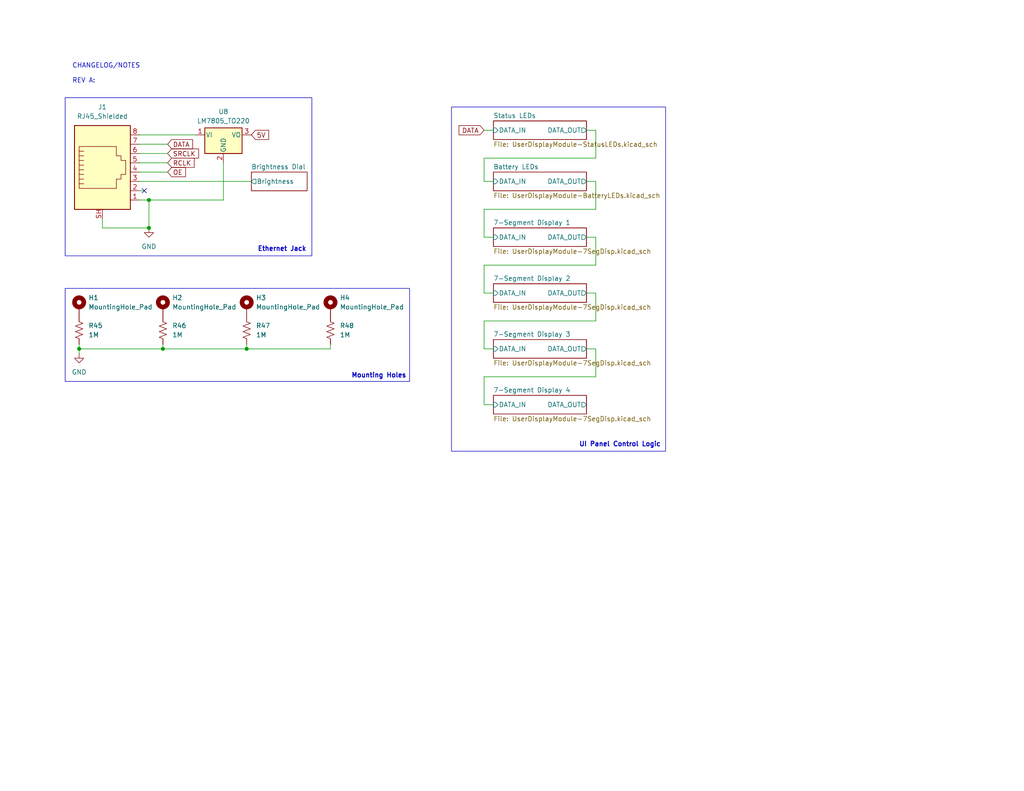
<source format=kicad_sch>
(kicad_sch (version 20231120) (generator "eeschema") (generator_version "8.0")
  (paper "USLetter")
  (title_block (title "Main") (date "2024-03-22"))
  (lib_symbols
    (symbol "Connector:RJ45_Shielded" (pin_names (offset 1.016))
      (property "Reference" "J" (at -5.08 13.97 0))
      (property "Value" "RJ45_Shielded" (at 2.54 13.97 0))
      (symbol "RJ45_Shielded_0_1"
        (polyline (pts (xy -5.08 4.445) (xy -6.35 4.445)))
        (polyline (pts (xy -5.08 5.715) (xy -6.35 5.715)))
        (polyline (pts (xy -6.35 -3.175) (xy -5.08 -3.175) (xy -5.08 -3.175)))
        (polyline (pts (xy -6.35 -1.905) (xy -5.08 -1.905) (xy -5.08 -1.905)))
        (polyline (pts (xy -6.35 -0.635) (xy -5.08 -0.635) (xy -5.08 -0.635)))
        (polyline (pts (xy -6.35 0.635) (xy -5.08 0.635) (xy -5.08 0.635)))
        (polyline (pts (xy -6.35 1.905) (xy -5.08 1.905) (xy -5.08 1.905)))
        (polyline (pts (xy -5.08 3.175) (xy -6.35 3.175) (xy -6.35 3.175)))
        (polyline (pts (xy -6.35 -4.445) (xy -6.35 6.985) (xy 3.81 6.985) (xy 3.81 4.445) (xy 5.08 4.445) (xy 5.08 3.175) (xy 6.35 3.175) (xy 6.35 -0.635) (xy 5.08 -0.635) (xy 5.08 -1.905) (xy 3.81 -1.905) (xy 3.81 -4.445) (xy -6.35 -4.445) (xy -6.35 -4.445)))
        (rectangle (start 7.62 12.7) (end -7.62 -10.16) (stroke (width 0.254)) (fill (type background)))
      )
      (symbol "RJ45_Shielded_1_1"
        (pin passive line (at 10.16 -7.62 180) (length 2.54) (name "~") (number "1"))
        (pin passive line (at 10.16 -5.08 180) (length 2.54) (name "~") (number "2"))
        (pin passive line (at 10.16 -2.54 180) (length 2.54) (name "~") (number "3"))
        (pin passive line (at 10.16 0 180) (length 2.54) (name "~") (number "4"))
        (pin passive line (at 10.16 2.54 180) (length 2.54) (name "~") (number "5"))
        (pin passive line (at 10.16 5.08 180) (length 2.54) (name "~") (number "6"))
        (pin passive line (at 10.16 7.62 180) (length 2.54) (name "~") (number "7"))
        (pin passive line (at 10.16 10.16 180) (length 2.54) (name "~") (number "8"))
        (pin passive line (at 0 -12.7 90) (length 2.54) (name "~") (number "SH"))
      )
    )
    (symbol "Device:R_US" (pin_numbers hide) (pin_names (offset 0))
      (property "Reference" "R" (at 2.54 0 90))
      (property "Value" "R_US" (at -2.54 0 90))
      (symbol "R_US_0_1"
        (polyline (pts (xy 0 -2.286) (xy 0 -2.54)))
        (polyline (pts (xy 0 2.286) (xy 0 2.54)))
        (polyline (pts (xy 0 -0.762) (xy 1.016 -1.143) (xy 0 -1.524) (xy -1.016 -1.905) (xy 0 -2.286)))
        (polyline (pts (xy 0 0.762) (xy 1.016 0.381) (xy 0 0) (xy -1.016 -0.381) (xy 0 -0.762)))
        (polyline (pts (xy 0 2.286) (xy 1.016 1.905) (xy 0 1.524) (xy -1.016 1.143) (xy 0 0.762)))
      )
      (symbol "R_US_1_1"
        (pin passive line (at 0 3.81 270) (length 1.27) (name "~") (number "1"))
        (pin passive line (at 0 -3.81 90) (length 1.27) (name "~") (number "2"))
      )
    )
    (symbol "Mechanical:MountingHole_Pad" (pin_numbers hide) (pin_names (offset 1.016) hide) (exclude_from_sim yes) (in_bom no)
      (property "Reference" "H" (at 0 6.35 0))
      (property "Value" "MountingHole_Pad" (at 0 4.445 0))
      (symbol "MountingHole_Pad_0_1"
        (circle (center 0 1.27) (radius 1.27) (stroke (width 1.27)))
      )
      (symbol "MountingHole_Pad_1_1"
        (pin input line (at 0 -2.54 90) (length 2.54) (name "1") (number "1"))
      )
    )
    (symbol "Regulator_Linear:LM7805_TO220" (pin_names (offset 0.254))
      (property "Reference" "U" (at -3.81 3.175 0))
      (property "Value" "LM7805_TO220" (at 0 3.175 0))
      (symbol "LM7805_TO220_0_1"
        (rectangle (start -5.08 1.905) (end 5.08 -5.08) (stroke (width 0.254)) (fill (type background)))
      )
      (symbol "LM7805_TO220_1_1"
        (pin power_in line (at -7.62 0 0) (length 2.54) (name "VI") (number "1"))
        (pin power_in line (at 0 -7.62 90) (length 2.54) (name "GND") (number "2"))
        (pin power_out line (at 7.62 0 180) (length 2.54) (name "VO") (number "3"))
      )
    )
    (symbol "power:GND" (power) (pin_numbers hide) (pin_names (offset 0) hide)
      (property "Value" "GND" (at 0 -3.81 0))
      (symbol "GND_0_1"
        (polyline (pts (xy 0 0) (xy 0 -1.27) (xy 1.27 -1.27) (xy 0 -2.54) (xy -1.27 -1.27) (xy 0 -1.27)))
      )
      (symbol "GND_1_1"
        (pin power_in line (at 0 0 270) (length 0) (name "~") (number "1"))
      )
    )
  )
  (junction (at 40.64 62.23))
  (junction (at 40.64 54.61))
  (junction (at 67.31 95.25))
  (junction (at 21.59 95.25))
  (junction (at 44.45 95.25))
  (no_connect (at 39.37 52.07))
  (wire (pts (xy 162.56 102.87) (xy 132.08 102.87)))
  (wire (pts (xy 132.08 72.39) (xy 132.08 80.01)))
  (wire (pts (xy 38.1 36.83) (xy 53.34 36.83)))
  (wire (pts (xy 40.64 62.23) (xy 40.64 54.61)))
  (wire (pts (xy 67.31 95.25) (xy 90.17 95.25)))
  (wire (pts (xy 162.56 64.77) (xy 162.56 72.39)))
  (wire (pts (xy 44.45 95.25) (xy 67.31 95.25)))
  (wire (pts (xy 132.08 80.01) (xy 134.62 80.01)))
  (wire (pts (xy 38.1 39.37) (xy 45.72 39.37)))
  (wire (pts (xy 90.17 95.25) (xy 90.17 93.98)))
  (wire (pts (xy 38.1 49.53) (xy 68.58 49.53)))
  (wire (pts (xy 132.08 57.15) (xy 132.08 64.77)))
  (wire (pts (xy 38.1 41.91) (xy 45.72 41.91)))
  (wire (pts (xy 160.02 35.56) (xy 162.56 35.56)))
  (wire (pts (xy 40.64 62.23) (xy 27.94 62.23)))
  (wire (pts (xy 162.56 72.39) (xy 132.08 72.39)))
  (wire (pts (xy 44.45 95.25) (xy 44.45 93.98)))
  (wire (pts (xy 162.56 35.56) (xy 162.56 43.18)))
  (wire (pts (xy 21.59 95.25) (xy 21.59 96.52)))
  (wire (pts (xy 132.08 95.25) (xy 134.62 95.25)))
  (wire (pts (xy 132.08 49.53) (xy 134.62 49.53)))
  (wire (pts (xy 38.1 44.45) (xy 45.72 44.45)))
  (wire (pts (xy 132.08 110.49) (xy 134.62 110.49)))
  (wire (pts (xy 21.59 93.98) (xy 21.59 95.25)))
  (wire (pts (xy 132.08 64.77) (xy 134.62 64.77)))
  (wire (pts (xy 132.08 35.56) (xy 134.62 35.56)))
  (wire (pts (xy 160.02 95.25) (xy 162.56 95.25)))
  (wire (pts (xy 27.94 59.69) (xy 27.94 62.23)))
  (wire (pts (xy 21.59 95.25) (xy 44.45 95.25)))
  (wire (pts (xy 132.08 43.18) (xy 132.08 49.53)))
  (wire (pts (xy 40.64 54.61) (xy 38.1 54.61)))
  (wire (pts (xy 132.08 102.87) (xy 132.08 110.49)))
  (wire (pts (xy 60.96 44.45) (xy 60.96 54.61)))
  (wire (pts (xy 38.1 52.07) (xy 39.37 52.07)))
  (wire (pts (xy 162.56 49.53) (xy 162.56 57.15)))
  (wire (pts (xy 162.56 57.15) (xy 132.08 57.15)))
  (wire (pts (xy 162.56 43.18) (xy 132.08 43.18)))
  (wire (pts (xy 160.02 80.01) (xy 162.56 80.01)))
  (wire (pts (xy 162.56 87.63) (xy 132.08 87.63)))
  (wire (pts (xy 162.56 95.25) (xy 162.56 102.87)))
  (wire (pts (xy 60.96 54.61) (xy 40.64 54.61)))
  (wire (pts (xy 132.08 87.63) (xy 132.08 95.25)))
  (wire (pts (xy 160.02 64.77) (xy 162.56 64.77)))
  (wire (pts (xy 160.02 49.53) (xy 162.56 49.53)))
  (wire (pts (xy 67.31 95.25) (xy 67.31 93.98)))
  (wire (pts (xy 162.56 80.01) (xy 162.56 87.63)))
  (wire (pts (xy 38.1 46.99) (xy 45.72 46.99)))
  (rectangle (start 17.78 26.67) (end 85.09 69.85))
  (rectangle (start 17.78 78.74) (end 111.76 104.14))
  (rectangle (start 123.19 29.21) (end 181.61 123.19))
  (text "Mounting Holes" (at 103.378 102.616 0) (effects (font (size 1.27 1.27) (thickness 0.254) (bold yes))))
  (text "Ethernet Jack" (at 76.962 68.072 0) (effects (font (size 1.27 1.27) (bold yes))))
  (text "UI Panel Control Logic" (at 169.164 121.412 0) (effects (font (size 1.27 1.27) (bold yes))))
  (text "CHANGELOG/NOTES\n\nREV A: " (at 19.685 22.86 0) (effects (font (size 1.27 1.27)) (justify left bottom)))
  (global_label "DATA" (shape input) (at 45.72 39.37 0) (property "Intersheetrefs" "${INTERSHEET_REFS}" (effects (hide yes))))
  (global_label "OE" (shape input) (at 45.72 46.99 0) (property "Intersheetrefs" "${INTERSHEET_REFS}" (effects (hide yes))))
  (global_label "5V" (shape input) (at 68.58 36.83 0) (property "Intersheetrefs" "${INTERSHEET_REFS}" (effects (hide yes))))
  (global_label "SRCLK" (shape input) (at 45.72 41.91 0) (property "Intersheetrefs" "${INTERSHEET_REFS}" (effects (hide yes))))
  (global_label "RCLK" (shape input) (at 45.72 44.45 0) (property "Intersheetrefs" "${INTERSHEET_REFS}" (effects (hide yes))))
  (global_label "DATA" (shape input) (at 132.08 35.56 180) (property "Intersheetrefs" "${INTERSHEET_REFS}" (effects (hide yes))))
  (symbol (lib_id "Device:R_US") (at 90.17 90.17 0) (unit 1)
    (property "Reference" "R48" (at 92.71 88.8999 0) (effects (justify left)))
    (property "Value" "1M" (at 92.71 91.4399 0) (effects (justify left)))
    (property "Footprint" "Resistor_SMD:R_0805_2012Metric" (effects (hide yes)))
    (property "Description" "Resistor, US symbol" (effects (hide yes)))
  )
  (symbol (lib_id "Device:R_US") (at 21.59 90.17 0) (unit 1)
    (property "Reference" "R45" (at 24.13 88.8999 0) (effects (justify left)))
    (property "Value" "1M" (at 24.13 91.4399 0) (effects (justify left)))
    (property "Footprint" "Resistor_SMD:R_0805_2012Metric" (effects (hide yes)))
    (property "Description" "Resistor, US symbol" (effects (hide yes)))
  )
  (symbol (lib_id "Device:R_US") (at 44.45 90.17 0) (unit 1)
    (property "Reference" "R46" (at 46.99 88.8999 0) (effects (justify left)))
    (property "Value" "1M" (at 46.99 91.4399 0) (effects (justify left)))
    (property "Footprint" "Resistor_SMD:R_0805_2012Metric" (effects (hide yes)))
    (property "Description" "Resistor, US symbol" (effects (hide yes)))
  )
  (symbol (lib_id "Connector:RJ45_Shielded") (at 27.94 46.99 0) (unit 1)
    (property "Reference" "J1" (at 27.94 29.21 0))
    (property "Value" "RJ45_Shielded" (at 27.94 31.75 0))
    (property "Footprint" "Connector_RJ:RJ45_Shielded_EthernetJack" (effects (hide yes)))
    (property "Description" "RJ connector, 8P8C (8 positions 8 connected), Shielded" (effects (hide yes)))
  )
  (symbol (lib_id "Mechanical:MountingHole_Pad") (at 21.59 83.82 0) (unit 1) (exclude_from_sim yes) (in_bom no)
    (property "Reference" "H1" (at 24.13 81.2799 0) (effects (justify left)))
    (property "Value" "MountingHole_Pad" (at 24.13 83.8199 0) (effects (justify left)))
    (property "Footprint" "MountingHole:MountingHole_3.2mm_M3_Pad" (effects (hide yes)))
    (property "Description" "Mounting Hole with connection" (effects (hide yes)))
  )
  (symbol (lib_id "power:GND") (at 40.64 62.23 0) (unit 1)
    (property "Reference" "#PWR02" (effects (hide yes)))
    (property "Value" "GND" (at 40.64 67.31 0))
    (property "Description" "Power symbol creates a global label with name \"GND\" , ground" (effects (hide yes)))
  )
  (symbol (lib_id "Device:R_US") (at 67.31 90.17 0) (unit 1)
    (property "Reference" "R47" (at 69.85 88.8999 0) (effects (justify left)))
    (property "Value" "1M" (at 69.85 91.4399 0) (effects (justify left)))
    (property "Footprint" "Resistor_SMD:R_0805_2012Metric" (effects (hide yes)))
    (property "Description" "Resistor, US symbol" (effects (hide yes)))
  )
  (symbol (lib_id "Mechanical:MountingHole_Pad") (at 90.17 83.82 0) (unit 1) (exclude_from_sim yes) (in_bom no)
    (property "Reference" "H4" (at 92.71 81.2799 0) (effects (justify left)))
    (property "Value" "MountingHole_Pad" (at 92.71 83.8199 0) (effects (justify left)))
    (property "Footprint" "MountingHole:MountingHole_3.2mm_M3_Pad" (effects (hide yes)))
    (property "Description" "Mounting Hole with connection" (effects (hide yes)))
  )
  (symbol (lib_id "Mechanical:MountingHole_Pad") (at 44.45 83.82 0) (unit 1) (exclude_from_sim yes) (in_bom no)
    (property "Reference" "H2" (at 46.99 81.2799 0) (effects (justify left)))
    (property "Value" "MountingHole_Pad" (at 46.99 83.8199 0) (effects (justify left)))
    (property "Footprint" "MountingHole:MountingHole_3.2mm_M3_Pad" (effects (hide yes)))
    (property "Description" "Mounting Hole with connection" (effects (hide yes)))
  )
  (symbol (lib_id "Mechanical:MountingHole_Pad") (at 67.31 83.82 0) (unit 1) (exclude_from_sim yes) (in_bom no)
    (property "Reference" "H3" (at 69.85 81.2799 0) (effects (justify left)))
    (property "Value" "MountingHole_Pad" (at 69.85 83.8199 0) (effects (justify left)))
    (property "Footprint" "MountingHole:MountingHole_3.2mm_M3_Pad" (effects (hide yes)))
    (property "Description" "Mounting Hole with connection" (effects (hide yes)))
  )
  (symbol (lib_id "Regulator_Linear:LM7805_TO220") (at 60.96 36.83 0) (unit 1)
    (property "Reference" "U8" (at 60.96 30.48 0))
    (property "Value" "LM7805_TO220" (at 60.96 33.02 0))
    (property "Footprint" "Package_TO_SOT_THT:TO-220-3_Vertical" (effects (hide yes)))
    (property "Datasheet" "https://www.onsemi.cn/PowerSolutions/document/MC7800-D.PDF" (effects (hide yes)))
    (property "Description" "Positive 1A 35V Linear Regulator, Fixed Output 5V, TO-220" (effects (hide yes)))
  )
  (symbol (lib_id "power:GND") (at 21.59 96.52 0) (unit 1)
    (property "Reference" "#PWR014" (effects (hide yes)))
    (property "Value" "GND" (at 21.59 101.6 0))
    (property "Description" "Power symbol creates a global label with name \"GND\" , ground" (effects (hide yes)))
  )
  (sheet (at 134.62 62.23) (size 25.4 5.08) (stroke (width 0.1524))
    (property "Sheetname" "7-Segment Display 1" (at 134.62 61.5184 0) (effects (justify left bottom)))
    (property "Sheetfile" "UserDisplayModule-7SegDisp.kicad_sch" (at 134.62 67.8946 0) (effects (justify left top)))
    (pin "DATA_OUT" output (at 160.02 64.77 0))
    (pin "DATA_IN" input (at 134.62 64.77 180))
  )
  (sheet (at 134.62 46.99) (size 25.4 5.08) (stroke (width 0.1524))
    (property "Sheetname" "Battery LEDs" (at 134.62 46.2784 0) (effects (justify left bottom)))
    (property "Sheetfile" "UserDisplayModule-BatteryLEDs.kicad_sch" (at 134.62 52.6546 0) (effects (justify left top)))
    (pin "DATA_IN" input (at 134.62 49.53 180))
    (pin "DATA_OUT" output (at 160.02 49.53 0))
  )
  (sheet (at 134.62 33.02) (size 25.4 5.08) (stroke (width 0.1524))
    (property "Sheetname" "Status LEDs" (at 134.62 32.3084 0) (effects (justify left bottom)))
    (property "Sheetfile" "UserDisplayModule-StatusLEDs.kicad_sch" (at 134.62 38.6846 0) (effects (justify left top)))
    (pin "DATA_IN" input (at 134.62 35.56 180))
    (pin "DATA_OUT" output (at 160.02 35.56 0))
  )
  (sheet (at 134.62 92.71) (size 25.4 5.08) (stroke (width 0.1524))
    (property "Sheetname" "7-Segment Display 3" (at 134.62 91.9984 0) (effects (justify left bottom)))
    (property "Sheetfile" "UserDisplayModule-7SegDisp.kicad_sch" (at 134.62 98.3746 0) (effects (justify left top)))
    (pin "DATA_OUT" output (at 160.02 95.25 0))
    (pin "DATA_IN" input (at 134.62 95.25 180))
  )
  (sheet (at 134.62 107.95) (size 25.4 5.08) (stroke (width 0.1524))
    (property "Sheetname" "7-Segment Display 4" (at 134.62 107.2384 0) (effects (justify left bottom)))
    (property "Sheetfile" "UserDisplayModule-7SegDisp.kicad_sch" (at 134.62 113.6146 0) (effects (justify left top)))
    (pin "DATA_OUT" output (at 160.02 110.49 0))
    (pin "DATA_IN" input (at 134.62 110.49 180))
  )
  (sheet (at 134.62 77.47) (size 25.4 5.08) (stroke (width 0.1524))
    (property "Sheetname" "7-Segment Display 2" (at 134.62 76.7584 0) (effects (justify left bottom)))
    (property "Sheetfile" "UserDisplayModule-7SegDisp.kicad_sch" (at 134.62 83.1346 0) (effects (justify left top)))
    (pin "DATA_OUT" output (at 160.02 80.01 0))
    (pin "DATA_IN" input (at 134.62 80.01 180))
  )
  (sheet (at 68.58 46.99) (size 15.24 5.08) (stroke (width 0.1524))
    (property "Sheetname" "Brightness Dial" (at 68.58 46.2784 0) (effects (justify left bottom)))
    (property "Sheetfile" "UserDisplayModule-BrightnessDial.kicad_sch" (effects (hide yes)))
    (pin "Brightness" output (at 68.58 49.53 180))
  )
)
</source>
